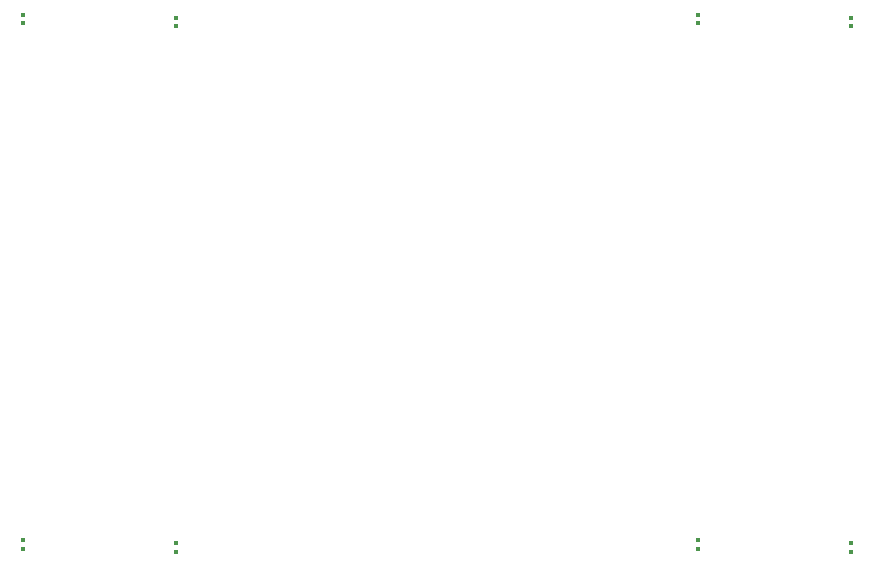
<source format=gbr>
%TF.GenerationSoftware,KiCad,Pcbnew,7.0.9*%
%TF.CreationDate,2024-06-08T21:45:48-04:00*%
%TF.ProjectId,V2 Loop Panel,5632204c-6f6f-4702-9050-616e656c2e6b,rev?*%
%TF.SameCoordinates,Original*%
%TF.FileFunction,Paste,Bot*%
%TF.FilePolarity,Positive*%
%FSLAX46Y46*%
G04 Gerber Fmt 4.6, Leading zero omitted, Abs format (unit mm)*
G04 Created by KiCad (PCBNEW 7.0.9) date 2024-06-08 21:45:48*
%MOMM*%
%LPD*%
G01*
G04 APERTURE LIST*
G04 Aperture macros list*
%AMRoundRect*
0 Rectangle with rounded corners*
0 $1 Rounding radius*
0 $2 $3 $4 $5 $6 $7 $8 $9 X,Y pos of 4 corners*
0 Add a 4 corners polygon primitive as box body*
4,1,4,$2,$3,$4,$5,$6,$7,$8,$9,$2,$3,0*
0 Add four circle primitives for the rounded corners*
1,1,$1+$1,$2,$3*
1,1,$1+$1,$4,$5*
1,1,$1+$1,$6,$7*
1,1,$1+$1,$8,$9*
0 Add four rect primitives between the rounded corners*
20,1,$1+$1,$2,$3,$4,$5,0*
20,1,$1+$1,$4,$5,$6,$7,0*
20,1,$1+$1,$6,$7,$8,$9,0*
20,1,$1+$1,$8,$9,$2,$3,0*%
G04 Aperture macros list end*
%ADD10RoundRect,0.079500X-0.100500X0.079500X-0.100500X-0.079500X0.100500X-0.079500X0.100500X0.079500X0*%
G04 APERTURE END LIST*
D10*
%TO.C,R8*%
X141375000Y-41500000D03*
X141375000Y-42190000D03*
%TD*%
%TO.C,R9*%
X185510398Y-85760399D03*
X185510398Y-86450399D03*
%TD*%
%TO.C,R9*%
X128375000Y-85760399D03*
X128375000Y-86450399D03*
%TD*%
%TO.C,R9*%
X128375000Y-41250000D03*
X128375000Y-41940000D03*
%TD*%
%TO.C,R8*%
X198510398Y-41500000D03*
X198510398Y-42190000D03*
%TD*%
%TO.C,R8*%
X141375000Y-86010399D03*
X141375000Y-86700399D03*
%TD*%
%TO.C,R9*%
X185510398Y-41250000D03*
X185510398Y-41940000D03*
%TD*%
%TO.C,R8*%
X198510398Y-86010399D03*
X198510398Y-86700399D03*
%TD*%
M02*

</source>
